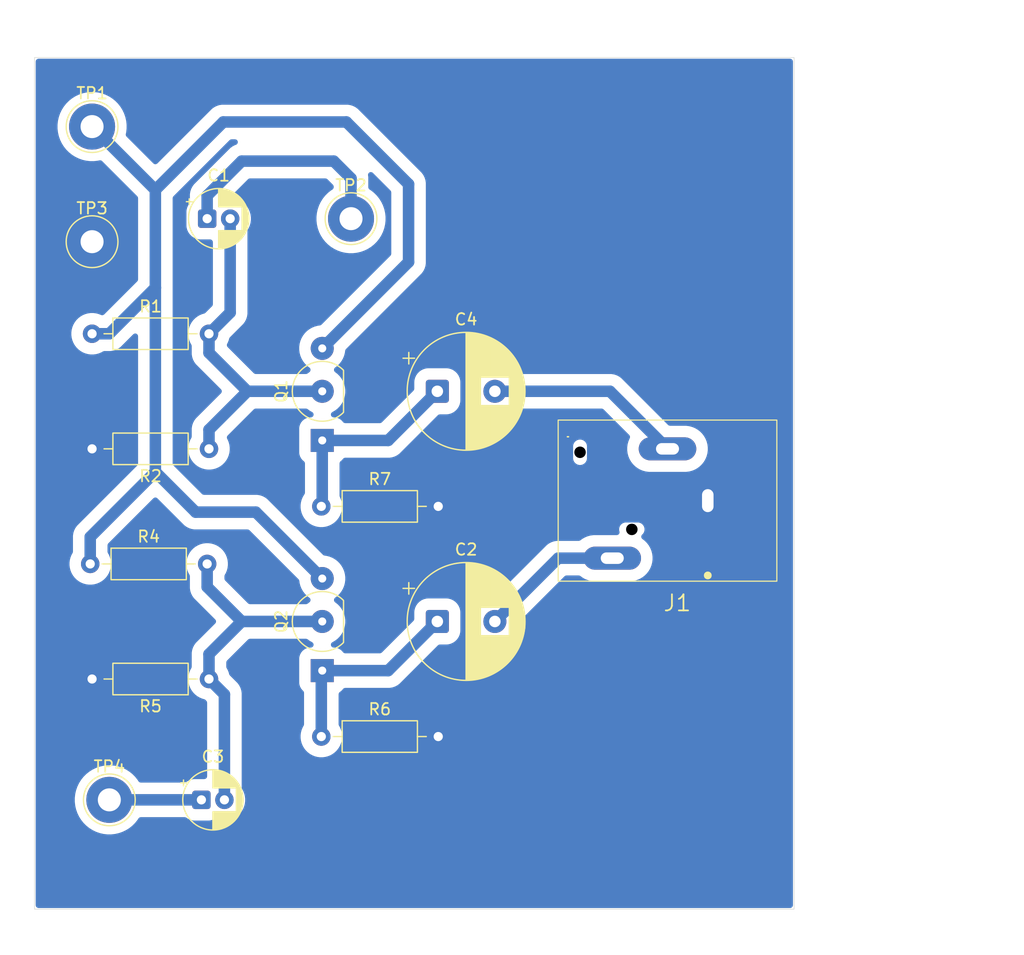
<source format=kicad_pcb>
(kicad_pcb (version 20241229) (generator "pcbnew") (generator_version "9.0")
  (layers (0 "F.Cu" signal) (2 "B.Cu" signal) (13 "F.Paste" user) (15 "B.Paste" user) (5 "F.SilkS" user "F.Silkscreen") (7 "B.SilkS" user "B.Silkscreen") (1 "F.Mask" user) (3 "B.Mask" user) (25 "Edge.Cuts" user))
  (net 0 "")
  (net 1 "Net-(Q1-B)")
  (net 2 "LSIGNAL")
  (net 3 "L")
  (net 4 "Net-(Q1-E)")
  (net 5 "RSIGNAL")
  (net 6 "Net-(Q2-B)")
  (net 7 "Net-(Q2-E)")
  (net 8 "R")
  (net 9 "GND")
  (net 10 "+5V")
  (footprint "Capacitor_THT:CP_Radial_D10.0mm_P5.00mm" (layer "F.Cu") (at 135 75)
    (property "Reference" "C2" (at 2.5 -6.25 0) (layer "F.SilkS"))
    (property "Value" "C_Polarized")
    (pad "1" thru_hole roundrect (at 0 0) (size 2 2) (drill 1) (layers "*.Cu" "*.Mask") (roundrect_rratio 0.125) (net 7 "Net-(Q2-E)"))
    (pad "2" thru_hole circle (at 5 0) (size 2 2) (drill 1) (layers "*.Cu" "*.Mask") (net 8 "R"))
  )
  (footprint "TestPoint:TestPoint_THTPad_D4.0mm_Drill2.0mm" (layer "F.Cu") (at 105 42)
    (property "Reference" "TP3" (at 0 -2.898 0) (layer "F.SilkS"))
    (property "Value" "TestPoint")
    (pad "1" thru_hole circle (at 0 0) (size 4 4) (drill 2) (layers "*.Cu" "*.Mask") (net 9 "GND"))
  )
  (footprint "Package_TO_SOT_THT:TO-92_Inline" (layer "F.Cu") (at 125 56.27 90)
    (property "Reference" "Q1" (at 1.27 -3.56 90) (layer "F.SilkS"))
    (property "Value" "2N3904")
    (pad "1" thru_hole rect (at -3 0 90) (size 2 2) (drill 0.7) (layers "*.Cu" "*.Mask") (net 4 "Net-(Q1-E)"))
    (pad "2" thru_hole circle (at 1.27 0 90) (size 2 2) (drill 0.7) (layers "*.Cu" "*.Mask") (net 1 "Net-(Q1-B)"))
    (pad "3" thru_hole circle (at 5 0 90) (size 2 2) (drill 0.7) (layers "*.Cu" "*.Mask") (net 10 "+5V"))
  )
  (footprint "Capacitor_THT:CP_Radial_D5.0mm_P2.00mm" (layer "F.Cu") (at 114.5 90.5)
    (property "Reference" "C3" (at 1 -3.75 0) (layer "F.SilkS"))
    (property "Value" "10u")
    (pad "1" thru_hole roundrect (at 0 0) (size 1.6 1.6) (drill 0.8) (layers "*.Cu" "*.Mask") (roundrect_rratio 0.15625) (net 5 "RSIGNAL"))
    (pad "2" thru_hole circle (at 2 0) (size 1.6 1.6) (drill 0.8) (layers "*.Cu" "*.Mask") (net 6 "Net-(Q2-B)"))
  )
  (footprint "Resistor_THT:R_Axial_DIN0207_L6.3mm_D2.5mm_P10.16mm_Horizontal" (layer "F.Cu") (at 115.16 60 180)
    (property "Reference" "R2" (at 5.08 -2.37 0) (layer "F.SilkS"))
    (property "Value" "3.3k")
    (pad "1" thru_hole circle (at 0 0 180) (size 1.6 1.6) (drill 0.8) (layers "*.Cu" "*.Mask") (net 1 "Net-(Q1-B)"))
    (pad "2" thru_hole circle (at 10.16 0 180) (size 1.6 1.6) (drill 0.8) (layers "*.Cu" "*.Mask") (net 9 "GND"))
  )
  (footprint "TestPoint:TestPoint_THTPad_D4.0mm_Drill2.0mm" (layer "F.Cu") (at 105 32)
    (property "Reference" "TP1" (at 0 -2.898 0) (layer "F.SilkS"))
    (property "Value" "TestPoint")
    (pad "1" thru_hole circle (at 0 0) (size 4 4) (drill 2) (layers "*.Cu" "*.Mask") (net 10 "+5V"))
  )
  (footprint "Capacitor_THT:CP_Radial_D5.0mm_P2.00mm" (layer "F.Cu") (at 115 40)
    (property "Reference" "C1" (at 1 -3.75 0) (layer "F.SilkS"))
    (property "Value" "10u")
    (pad "1" thru_hole roundrect (at 0 0) (size 1.6 1.6) (drill 0.8) (layers "*.Cu" "*.Mask") (roundrect_rratio 0.15625) (net 2 "LSIGNAL"))
    (pad "2" thru_hole circle (at 2 0) (size 1.6 1.6) (drill 0.8) (layers "*.Cu" "*.Mask") (net 1 "Net-(Q1-B)"))
  )
  (footprint "Resistor_THT:R_Axial_DIN0207_L6.3mm_D2.5mm_P10.16mm_Horizontal" (layer "F.Cu") (at 104.84 70)
    (property "Reference" "R4" (at 5.08 -2.37 0) (layer "F.SilkS"))
    (property "Value" "2.2k")
    (pad "1" thru_hole circle (at 0 0) (size 1.6 1.6) (drill 0.8) (layers "*.Cu" "*.Mask") (net 10 "+5V"))
    (pad "2" thru_hole circle (at 10.16 0) (size 1.6 1.6) (drill 0.8) (layers "*.Cu" "*.Mask") (net 6 "Net-(Q2-B)"))
  )
  (footprint "Resistor_THT:R_Axial_DIN0207_L6.3mm_D2.5mm_P10.16mm_Horizontal" (layer "F.Cu") (at 105 50)
    (property "Reference" "R1" (at 5.08 -2.37 0) (layer "F.SilkS"))
    (property "Value" "2.2k")
    (pad "1" thru_hole circle (at 0 0) (size 1.6 1.6) (drill 0.8) (layers "*.Cu" "*.Mask") (net 10 "+5V"))
    (pad "2" thru_hole circle (at 10.16 0) (size 1.6 1.6) (drill 0.8) (layers "*.Cu" "*.Mask") (net 1 "Net-(Q1-B)"))
  )
  (footprint "Resistor_THT:R_Axial_DIN0207_L6.3mm_D2.5mm_P10.16mm_Horizontal" (layer "F.Cu") (at 115.16 80 180)
    (property "Reference" "R5" (at 5.08 -2.37 0) (layer "F.SilkS"))
    (property "Value" "3.3k")
    (pad "1" thru_hole circle (at 0 0 180) (size 1.6 1.6) (drill 0.8) (layers "*.Cu" "*.Mask") (net 6 "Net-(Q2-B)"))
    (pad "2" thru_hole circle (at 10.16 0 180) (size 1.6 1.6) (drill 0.8) (layers "*.Cu" "*.Mask") (net 9 "GND"))
  )
  (footprint "Resistor_THT:R_Axial_DIN0207_L6.3mm_D2.5mm_P10.16mm_Horizontal" (layer "F.Cu") (at 124.92 85)
    (property "Reference" "R6" (at 5.08 -2.37 0) (layer "F.SilkS"))
    (property "Value" "40")
    (pad "1" thru_hole circle (at 0 0) (size 1.6 1.6) (drill 0.8) (layers "*.Cu" "*.Mask") (net 7 "Net-(Q2-E)"))
    (pad "2" thru_hole circle (at 10.16 0) (size 1.6 1.6) (drill 0.8) (layers "*.Cu" "*.Mask") (net 9 "GND"))
  )
  (footprint "SJ1-3515:CUI_SJ1-3515N" (layer "F.Cu") (at 158.5 64.5 180)
    (property "Reference" "J1" (at 2.6478 -8.89839 0) (layer "F.SilkS") (effects (font (size 1.40148 1.40148))))
    (property "Value" "SJ1-3515N")
    (pad "" np_thru_hole oval (at 6.6 -2.5 180) (size 1 1) (drill oval 2 1) (layers "*.Mask"))
    (pad "" np_thru_hole oval (at 11.1 4.2 180) (size 1 1) (drill oval 1 2) (layers "*.Mask"))
    (pad "1" thru_hole oval (at 0 0 180) (size 1.508 3.016) (drill oval 1 2) (layers "*.Cu" "*.Mask") (net 9 "GND"))
    (pad "2" thru_hole oval (at 3.5 4.5 180) (size 5 2) (drill oval 2 1) (layers "*.Cu" "*.Mask") (net 3 "L"))
    (pad "3" thru_hole oval (at 8.3 -5 180) (size 5 2) (drill oval 2 1) (layers "*.Cu" "*.Mask") (net 8 "R"))
  )
  (footprint "TestPoint:TestPoint_THTPad_D4.0mm_Drill2.0mm" (layer "F.Cu") (at 106.5 90.5)
    (property "Reference" "TP4" (at 0 -2.898 0) (layer "F.SilkS"))
    (property "Value" "TestPoint")
    (pad "1" thru_hole circle (at 0 0) (size 4 4) (drill 2) (layers "*.Cu" "*.Mask") (net 5 "RSIGNAL"))
  )
  (footprint "TestPoint:TestPoint_THTPad_D4.0mm_Drill2.0mm" (layer "F.Cu") (at 127.5 40)
    (property "Reference" "TP2" (at 0 -2.898 0) (layer "F.SilkS"))
    (property "Value" "TestPoint")
    (pad "1" thru_hole circle (at 0 0) (size 4 4) (drill 2) (layers "*.Cu" "*.Mask") (net 2 "LSIGNAL"))
  )
  (footprint "Package_TO_SOT_THT:TO-92_Inline" (layer "F.Cu") (at 125 76.27 90)
    (property "Reference" "Q2" (at 1.27 -3.56 90) (layer "F.SilkS"))
    (property "Value" "2N3904")
    (pad "1" thru_hole rect (at -3 0 90) (size 2 2) (drill 0.7) (layers "*.Cu" "*.Mask") (net 7 "Net-(Q2-E)"))
    (pad "2" thru_hole circle (at 1.27 0 90) (size 2 2) (drill 0.7) (layers "*.Cu" "*.Mask") (net 6 "Net-(Q2-B)"))
    (pad "3" thru_hole circle (at 5 0 90) (size 2 2) (drill 0.7) (layers "*.Cu" "*.Mask") (net 10 "+5V"))
  )
  (footprint "Resistor_THT:R_Axial_DIN0207_L6.3mm_D2.5mm_P10.16mm_Horizontal" (layer "F.Cu") (at 124.92 65)
    (property "Reference" "R7" (at 5.08 -2.37 0) (layer "F.SilkS"))
    (property "Value" "40")
    (pad "1" thru_hole circle (at 0 0) (size 1.6 1.6) (drill 0.8) (layers "*.Cu" "*.Mask") (net 4 "Net-(Q1-E)"))
    (pad "2" thru_hole circle (at 10.16 0) (size 1.6 1.6) (drill 0.8) (layers "*.Cu" "*.Mask") (net 9 "GND"))
  )
  (footprint "Capacitor_THT:CP_Radial_D10.0mm_P5.00mm" (layer "F.Cu") (at 135 55)
    (property "Reference" "C4" (at 2.5 -6.25 0) (layer "F.SilkS"))
    (property "Value" "C_Polarized")
    (pad "1" thru_hole roundrect (at 0 0) (size 2 2) (drill 1) (layers "*.Cu" "*.Mask") (roundrect_rratio 0.125) (net 4 "Net-(Q1-E)"))
    (pad "2" thru_hole circle (at 5 0) (size 2 2) (drill 1) (layers "*.Cu" "*.Mask") (net 3 "L"))
  )
  (gr_rect (start 100 26) (end 166 100) (stroke (width 0.05)) (fill no) (layer "Edge.Cuts"))
  (segment (start 117 40) (end 117 48.16) (width 1) (layer "B.Cu") (net 1))
  (segment (start 118.5 55) (end 125 55) (width 1) (layer "B.Cu") (net 1))
  (segment (start 115.16 58.34) (end 118.5 55) (width 1) (layer "B.Cu") (net 1))
  (segment (start 117 48.16) (end 115.16 50) (width 1) (layer "B.Cu") (net 1))
  (segment (start 115.16 51.66) (end 118.5 55) (width 1) (layer "B.Cu") (net 1))
  (segment (start 115.16 50) (end 115.16 51.66) (width 1) (layer "B.Cu") (net 1))
  (segment (start 115.16 60) (end 115.16 58.34) (width 1) (layer "B.Cu") (net 1))
  (segment (start 118 35) (end 115 38) (width 1) (layer "B.Cu") (net 2))
  (segment (start 115 38) (end 115 40) (width 1) (layer "B.Cu") (net 2))
  (segment (start 126 35) (end 118 35) (width 1) (layer "B.Cu") (net 2))
  (segment (start 127.5 36.5) (end 126 35) (width 1) (layer "B.Cu") (net 2))
  (segment (start 127.5 40) (end 127.5 36.5) (width 1) (layer "B.Cu") (net 2))
  (segment (start 150 55) (end 155 60) (width 1) (layer "B.Cu") (net 3))
  (segment (start 140 55) (end 150 55) (width 1) (layer "B.Cu") (net 3))
  (segment (start 125 64.92) (end 124.92 65) (width 1) (layer "B.Cu") (net 4))
  (segment (start 125 59.27) (end 125 64.92) (width 1) (layer "B.Cu") (net 4))
  (segment (start 125 59.27) (end 130.73 59.27) (width 1) (layer "B.Cu") (net 4))
  (segment (start 130.73 59.27) (end 135 55) (width 1) (layer "B.Cu") (net 4))
  (segment (start 106.5 90.5) (end 114.5 90.5) (width 1) (layer "B.Cu") (net 5))
  (segment (start 115 70) (end 115 72) (width 1) (layer "B.Cu") (net 6))
  (segment (start 116.5 81.34) (end 115.16 80) (width 1) (layer "B.Cu") (net 6))
  (segment (start 115.16 80) (end 115.16 77.84) (width 1) (layer "B.Cu") (net 6))
  (segment (start 116.5 90.5) (end 116.5 81.34) (width 1) (layer "B.Cu") (net 6))
  (segment (start 115 72) (end 118 75) (width 1) (layer "B.Cu") (net 6))
  (segment (start 115.16 77.84) (end 118 75) (width 1) (layer "B.Cu") (net 6))
  (segment (start 118 75) (end 125 75) (width 1) (layer "B.Cu") (net 6))
  (segment (start 125 79.27) (end 130.73 79.27) (width 1) (layer "B.Cu") (net 7))
  (segment (start 130.73 79.27) (end 135 75) (width 1) (layer "B.Cu") (net 7))
  (segment (start 124.92 79.35) (end 125 79.27) (width 1) (layer "B.Cu") (net 7))
  (segment (start 124.92 85) (end 124.92 79.35) (width 1) (layer "B.Cu") (net 7))
  (segment (start 145.5 69.5) (end 150.2 69.5) (width 1) (layer "B.Cu") (net 8))
  (segment (start 140 75) (end 145.5 69.5) (width 1) (layer "B.Cu") (net 8))
  (segment (start 114 65.5) (end 110.5 62) (width 1) (layer "B.Cu") (net 10))
  (segment (start 125 71.27) (end 119.23 65.5) (width 1) (layer "B.Cu") (net 10))
  (segment (start 104.84 70) (end 104.84 67.66) (width 1) (layer "B.Cu") (net 10))
  (segment (start 125 51.27) (end 132.5 43.77) (width 1) (layer "B.Cu") (net 10))
  (segment (start 110.5 62) (end 110.5 46) (width 1) (layer "B.Cu") (net 10))
  (segment (start 110.5 46) (end 110.5 37.5) (width 1) (layer "B.Cu") (net 10))
  (segment (start 127.1 31.6) (end 116.4 31.6) (width 1) (layer "B.Cu") (net 10))
  (segment (start 106.5 50) (end 110.5 46) (width 1) (layer "B.Cu") (net 10))
  (segment (start 110.5 37.5) (end 105 32) (width 1) (layer "B.Cu") (net 10))
  (segment (start 104.84 67.66) (end 110.5 62) (width 1) (layer "B.Cu") (net 10))
  (segment (start 105 50) (end 106.5 50) (width 1) (layer "B.Cu") (net 10))
  (segment (start 132.5 43.77) (end 132.5 37) (width 1) (layer "B.Cu") (net 10))
  (segment (start 132.5 37) (end 127.1 31.6) (width 1) (layer "B.Cu") (net 10))
  (segment (start 116.4 31.6) (end 110.5 37.5) (width 1) (layer "B.Cu") (net 10))
  (segment (start 119.23 65.5) (end 114 65.5) (width 1) (layer "B.Cu") (net 10))
  (zone (net 9) (net_name "GND") (layer "B.Cu") (connect_pads yes (clearance 1)) (min_thickness 0.5) (fill yes (thermal_gap 0.5) (thermal_bridge_width 0.5) (island_removal_mode 2) (island_area_min 10))
    (polygon (pts (xy 97 21) (xy 97 104) (xy 186 104) (xy 186 21)))
  )
)
</source>
